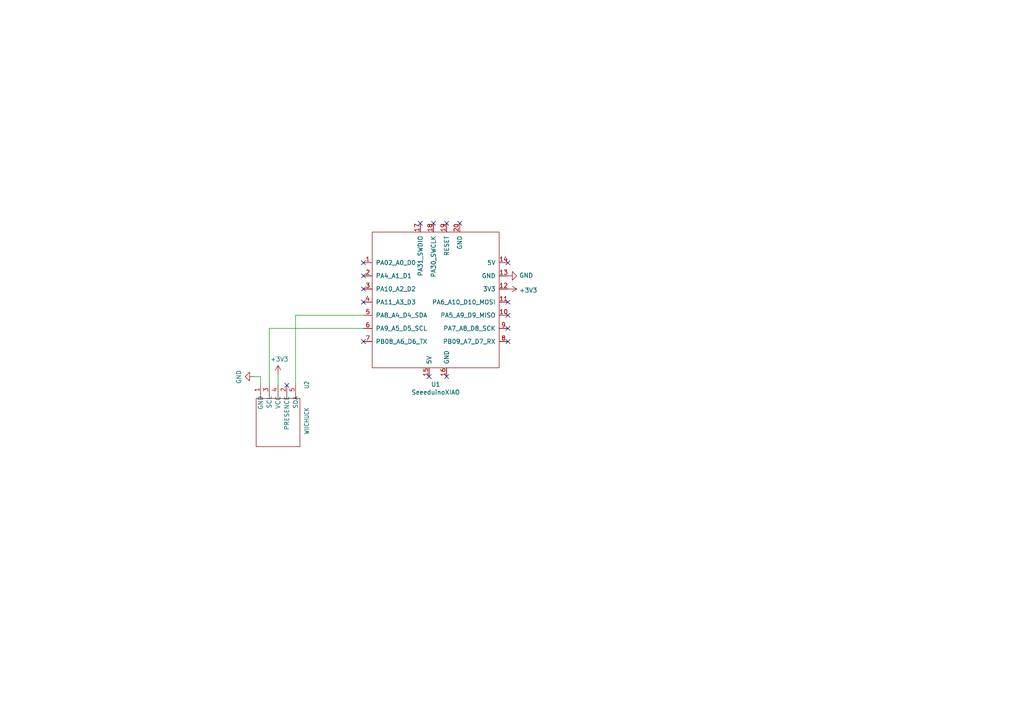
<source format=kicad_sch>
(kicad_sch (version 20211123) (generator eeschema)
  (paper "A4")
  (lib_symbols
    (symbol "Adafruit Wii Nunchuck Breakout Adapter-eagle-import:WIICHUCK"
      (property "Reference" "U" (at -5.08 7.62 0))
      (property "Value" "WIICHUCK" (at 2.54 7.62 0))
      (symbol "WIICHUCK_1_0"
        (polyline (pts (xy -1.27 -5.08) (xy 0 -5.08)) (stroke (width 0.1524)))
        (polyline (pts (xy -1.27 -2.54) (xy 0 -2.54)) (stroke (width 0.1524)))
        (polyline (pts (xy -1.27 0) (xy 0 0)) (stroke (width 0.1524)))
        (polyline (pts (xy -1.27 2.54) (xy 0 2.54)) (stroke (width 0.1524)))
        (polyline (pts (xy -1.27 5.08) (xy 0 5.08)) (stroke (width 0.1524)))
        (polyline (pts (xy 0 -6.35) (xy 13.97 -6.35)) (stroke (width 0.1524)))
        (polyline (pts (xy 0 -5.08) (xy 0 -6.35)) (stroke (width 0.1524)))
        (polyline (pts (xy 0 -2.54) (xy 0 -5.08)) (stroke (width 0.1524)))
        (polyline (pts (xy 0 0) (xy 0 -2.54)) (stroke (width 0.1524)))
        (polyline (pts (xy 0 2.54) (xy 0 0)) (stroke (width 0.1524)))
        (polyline (pts (xy 0 5.08) (xy 0 2.54)) (stroke (width 0.1524)))
        (polyline (pts (xy 0 6.35) (xy 0 5.08)) (stroke (width 0.1524)))
        (polyline (pts (xy 13.97 -6.35) (xy 13.97 6.35)) (stroke (width 0.1524)))
        (polyline (pts (xy 13.97 6.35) (xy 0 6.35)) (stroke (width 0.1524)))
        (pin power_in line (at -3.81 -5.08 0) (length 2.54) (name "GND") (number "1"))
        (pin passive line (at -3.81 2.54 0) (length 2.54) (name "PRESENCE") (number "2"))
        (pin bidirectional line (at -3.81 -2.54 0) (length 2.54) (name "SCL") (number "3"))
        (pin power_in line (at -3.81 0 0) (length 2.54) (name "VCC") (number "4"))
        (pin bidirectional line (at -3.81 5.08 0) (length 2.54) (name "SDA") (number "5"))
      )
    )
    (symbol "Seeeduino_XIAO:SeeeduinoXIAO" (pin_names (offset 1.016))
      (property "Reference" "U" (at -19.05 22.86 0))
      (property "Value" "SeeeduinoXIAO" (at -12.7 21.59 0))
      (symbol "SeeeduinoXIAO_0_1"
        (rectangle (start -19.05 20.32) (end 17.78 -19.05))
      )
      (symbol "SeeeduinoXIAO_1_1"
        (pin unspecified line (at -21.59 11.43 0) (length 2.54) (name "PA02_A0_D0") (number "1"))
        (pin unspecified line (at 20.32 -3.81 180) (length 2.54) (name "PA5_A9_D9_MISO") (number "10"))
        (pin unspecified line (at 20.32 0 180) (length 2.54) (name "PA6_A10_D10_MOSI") (number "11"))
        (pin unspecified line (at 20.32 3.81 180) (length 2.54) (name "3V3") (number "12"))
        (pin unspecified line (at 20.32 7.62 180) (length 2.54) (name "GND") (number "13"))
        (pin unspecified line (at 20.32 11.43 180) (length 2.54) (name "5V") (number "14"))
        (pin input line (at -2.54 -21.59 90) (length 2.54) (name "5V") (number "15"))
        (pin input line (at 2.54 -21.59 90) (length 2.54) (name "GND") (number "16"))
        (pin input line (at -5.08 22.86 270) (length 2.54) (name "PA31_SWDIO") (number "17"))
        (pin input line (at -1.27 22.86 270) (length 2.54) (name "PA30_SWCLK") (number "18"))
        (pin input line (at 2.54 22.86 270) (length 2.54) (name "RESET") (number "19"))
        (pin unspecified line (at -21.59 7.62 0) (length 2.54) (name "PA4_A1_D1") (number "2"))
        (pin input line (at 6.35 22.86 270) (length 2.54) (name "GND") (number "20"))
        (pin unspecified line (at -21.59 3.81 0) (length 2.54) (name "PA10_A2_D2") (number "3"))
        (pin unspecified line (at -21.59 0 0) (length 2.54) (name "PA11_A3_D3") (number "4"))
        (pin unspecified line (at -21.59 -3.81 0) (length 2.54) (name "PA8_A4_D4_SDA") (number "5"))
        (pin unspecified line (at -21.59 -7.62 0) (length 2.54) (name "PA9_A5_D5_SCL") (number "6"))
        (pin unspecified line (at -21.59 -11.43 0) (length 2.54) (name "PB08_A6_D6_TX") (number "7"))
        (pin unspecified line (at 20.32 -11.43 180) (length 2.54) (name "PB09_A7_D7_RX") (number "8"))
        (pin unspecified line (at 20.32 -7.62 180) (length 2.54) (name "PA7_A8_D8_SCK") (number "9"))
      )
    )
    (symbol "power:+3.3V" (power) (pin_names (offset 0))
      (property "Value" "+3.3V" (at 0 3.556 0))
      (symbol "+3.3V_0_1"
        (polyline (pts (xy -0.762 1.27) (xy 0 2.54)))
        (polyline (pts (xy 0 0) (xy 0 2.54)))
        (polyline (pts (xy 0 2.54) (xy 0.762 1.27)))
      )
      (symbol "+3.3V_1_1"
        (pin power_in line (at 0 0 90) (length 0) hide (name "+3V3") (number "1"))
      )
    )
    (symbol "power:GND" (power) (pin_names (offset 0))
      (property "Value" "GND" (at 0 -3.81 0))
      (symbol "GND_0_1"
        (polyline (pts (xy 0 0) (xy 0 -1.27) (xy 1.27 -1.27) (xy 0 -2.54) (xy -1.27 -1.27) (xy 0 -1.27)))
      )
      (symbol "GND_1_1"
        (pin power_in line (at 0 0 270) (length 0) hide (name "GND") (number "1"))
      )
    )
  )
  (no_connect (at 124.46 109.22))
  (no_connect (at 121.92 64.77))
  (no_connect (at 147.32 95.25))
  (no_connect (at 105.41 87.63))
  (no_connect (at 147.32 76.2))
  (no_connect (at 133.35 64.77))
  (no_connect (at 105.41 99.06))
  (no_connect (at 147.32 99.06))
  (no_connect (at 147.32 91.44))
  (no_connect (at 129.54 64.77))
  (no_connect (at 147.32 87.63))
  (no_connect (at 83.185 111.76))
  (no_connect (at 125.73 64.77))
  (no_connect (at 105.41 76.2))
  (no_connect (at 105.41 80.01))
  (no_connect (at 105.41 83.82))
  (no_connect (at 129.54 109.22))
  (wire (pts (xy 80.645 111.76) (xy 80.645 108.585)))
  (wire (pts (xy 75.565 111.76) (xy 75.565 109.22)))
  (wire (pts (xy 105.41 95.25) (xy 78.105 95.25)))
  (wire (pts (xy 75.565 109.22) (xy 73.66 109.22)))
  (wire (pts (xy 85.725 111.76) (xy 85.725 91.44)))
  (wire (pts (xy 78.105 95.25) (xy 78.105 111.76)))
  (wire (pts (xy 85.725 91.44) (xy 105.41 91.44)))
  (symbol (lib_id "Seeeduino_XIAO:SeeeduinoXIAO") (at 127 87.63 0) (unit 1)
    (property "Reference" "U1" (at 126.365 111.4806 0))
    (property "Value" "SeeeduinoXIAO" (at 126.365 113.792 0))
    (property "Footprint" "xiao:Seeeduino XIAO-MOUDLE14P-2.54-21X17.8MM" (effects hide))
  )
  (symbol (lib_id "power:GND") (at 73.66 109.22 270) (unit 1)
    (property "Reference" "#PWR0101" (effects hide))
    (property "Value" "GND" (at 69.2658 109.347 0))
  )
  (symbol (lib_id "power:+3.3V") (at 80.645 108.585 0) (unit 1)
    (property "Reference" "#PWR0102" (effects hide))
    (property "Value" "+3.3V" (at 81.026 104.1908 0))
  )
  (symbol (lib_id "power:GND") (at 147.32 80.01 90) (unit 1)
    (property "Reference" "#PWR0103" (effects hide))
    (property "Value" "GND" (at 150.5712 79.883 90) (effects (justify right)))
  )
  (symbol (lib_id "power:+3.3V") (at 147.32 83.82 270) (unit 1)
    (property "Reference" "#PWR0104" (effects hide))
    (property "Value" "+3.3V" (at 150.5712 84.201 90) (effects (justify left)))
  )
  (symbol (lib_id "Adafruit Wii Nunchuck Breakout Adapter-eagle-import:WIICHUCK") (at 80.645 115.57 270) (unit 1)
    (property "Reference" "U2" (at 88.265 110.49 0) (effects (font (size 1.27 1.0795)) (justify left bottom)))
    (property "Value" "WIICHUCK" (at 88.265 118.11 0) (effects (font (size 1.27 1.0795)) (justify left bottom)))
    (property "Footprint" "handle:WIICHUCK" (effects hide))
  )
)
</source>
